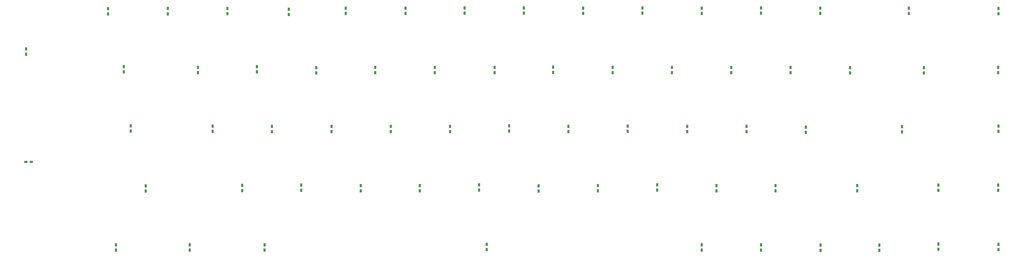
<source format=gbr>
G04 #@! TF.GenerationSoftware,KiCad,Pcbnew,(5.1.0)-1*
G04 #@! TF.CreationDate,2020-08-21T01:29:19+01:00*
G04 #@! TF.ProjectId,marcoboard,6d617263-6f62-46f6-9172-642e6b696361,rev?*
G04 #@! TF.SameCoordinates,Original*
G04 #@! TF.FileFunction,Paste,Bot*
G04 #@! TF.FilePolarity,Positive*
%FSLAX46Y46*%
G04 Gerber Fmt 4.6, Leading zero omitted, Abs format (unit mm)*
G04 Created by KiCad (PCBNEW (5.1.0)-1) date 2020-08-21 01:29:19*
%MOMM*%
%LPD*%
G04 APERTURE LIST*
%ADD10R,1.000000X0.800000*%
%ADD11R,0.800000X1.000000*%
G04 APERTURE END LIST*
D10*
X75450000Y-119650000D03*
X73750000Y-119650000D03*
D11*
X73800000Y-85000000D03*
X73800000Y-83300000D03*
X386200000Y-147800000D03*
X386200000Y-146100000D03*
X386150000Y-128800000D03*
X386150000Y-127100000D03*
X386200000Y-109800000D03*
X386200000Y-108100000D03*
X386100000Y-90950000D03*
X386100000Y-89250000D03*
X386200000Y-71950000D03*
X386200000Y-70250000D03*
X366950000Y-147750000D03*
X366950000Y-146050000D03*
X366950000Y-128800000D03*
X366950000Y-127100000D03*
X355200000Y-109950000D03*
X355200000Y-108250000D03*
X362250000Y-91000000D03*
X362250000Y-89300000D03*
X357450000Y-71850000D03*
X357450000Y-70150000D03*
X347950000Y-148050000D03*
X347950000Y-146350000D03*
X340850000Y-128900000D03*
X340850000Y-127200000D03*
X338550000Y-91000000D03*
X338550000Y-89300000D03*
X328950000Y-71850000D03*
X328950000Y-70150000D03*
X329050000Y-148050000D03*
X329050000Y-146350000D03*
X324300000Y-110150000D03*
X324300000Y-108450000D03*
X319450000Y-90900000D03*
X319450000Y-89200000D03*
X309900000Y-71750000D03*
X309900000Y-70050000D03*
X309950000Y-148000000D03*
X309950000Y-146300000D03*
X314600000Y-128950000D03*
X314600000Y-127250000D03*
X305300000Y-109850000D03*
X305300000Y-108150000D03*
X300350000Y-90950000D03*
X300350000Y-89250000D03*
X290850000Y-71850000D03*
X290850000Y-70150000D03*
X290850000Y-148000000D03*
X290850000Y-146300000D03*
X295600000Y-128900000D03*
X295600000Y-127200000D03*
X286250000Y-109900000D03*
X286250000Y-108200000D03*
X281350000Y-90900000D03*
X281350000Y-89200000D03*
X271800000Y-71800000D03*
X271800000Y-70100000D03*
X276600000Y-128700000D03*
X276600000Y-127000000D03*
X267100000Y-109800000D03*
X267100000Y-108100000D03*
X262300000Y-90950000D03*
X262300000Y-89250000D03*
X252800000Y-71850000D03*
X252800000Y-70150000D03*
X257550000Y-128900000D03*
X257550000Y-127200000D03*
X248000000Y-109850000D03*
X248000000Y-108150000D03*
X243100000Y-90800000D03*
X243100000Y-89100000D03*
X233750000Y-71800000D03*
X233750000Y-70100000D03*
X238500000Y-129000000D03*
X238500000Y-127300000D03*
X229000000Y-109700000D03*
X229000000Y-108000000D03*
X224300000Y-90900000D03*
X224300000Y-89200000D03*
X214650000Y-71800000D03*
X214650000Y-70100000D03*
X221800000Y-147850000D03*
X221800000Y-146150000D03*
X219350000Y-128650000D03*
X219350000Y-126950000D03*
X210050000Y-109900000D03*
X210050000Y-108200000D03*
X205150000Y-90900000D03*
X205150000Y-89200000D03*
X195700000Y-71900000D03*
X195700000Y-70200000D03*
X200300000Y-128900000D03*
X200300000Y-127200000D03*
X191000000Y-109850000D03*
X191000000Y-108150000D03*
X186000000Y-90950000D03*
X186000000Y-89250000D03*
X176500000Y-71900000D03*
X176500000Y-70200000D03*
X181300000Y-128900000D03*
X181300000Y-127200000D03*
X171900000Y-109900000D03*
X171900000Y-108200000D03*
X167050000Y-91000000D03*
X167050000Y-89300000D03*
X158250000Y-72250000D03*
X158250000Y-70550000D03*
X150400000Y-148000000D03*
X150400000Y-146300000D03*
X162150000Y-128750000D03*
X162150000Y-127050000D03*
X152800000Y-109850000D03*
X152800000Y-108150000D03*
X147950000Y-90700000D03*
X147950000Y-89000000D03*
X138450000Y-71950000D03*
X138450000Y-70250000D03*
X126350000Y-148000000D03*
X126350000Y-146300000D03*
X143250000Y-128850000D03*
X143250000Y-127150000D03*
X133750000Y-109800000D03*
X133750000Y-108100000D03*
X129000000Y-90900000D03*
X129000000Y-89200000D03*
X119350000Y-72000000D03*
X119350000Y-70300000D03*
X102700000Y-147950000D03*
X102700000Y-146250000D03*
X112250000Y-129050000D03*
X112250000Y-127350000D03*
X107400000Y-109700000D03*
X107400000Y-108000000D03*
X105200000Y-90700000D03*
X105200000Y-89000000D03*
X100150000Y-72050000D03*
X100150000Y-70350000D03*
M02*

</source>
